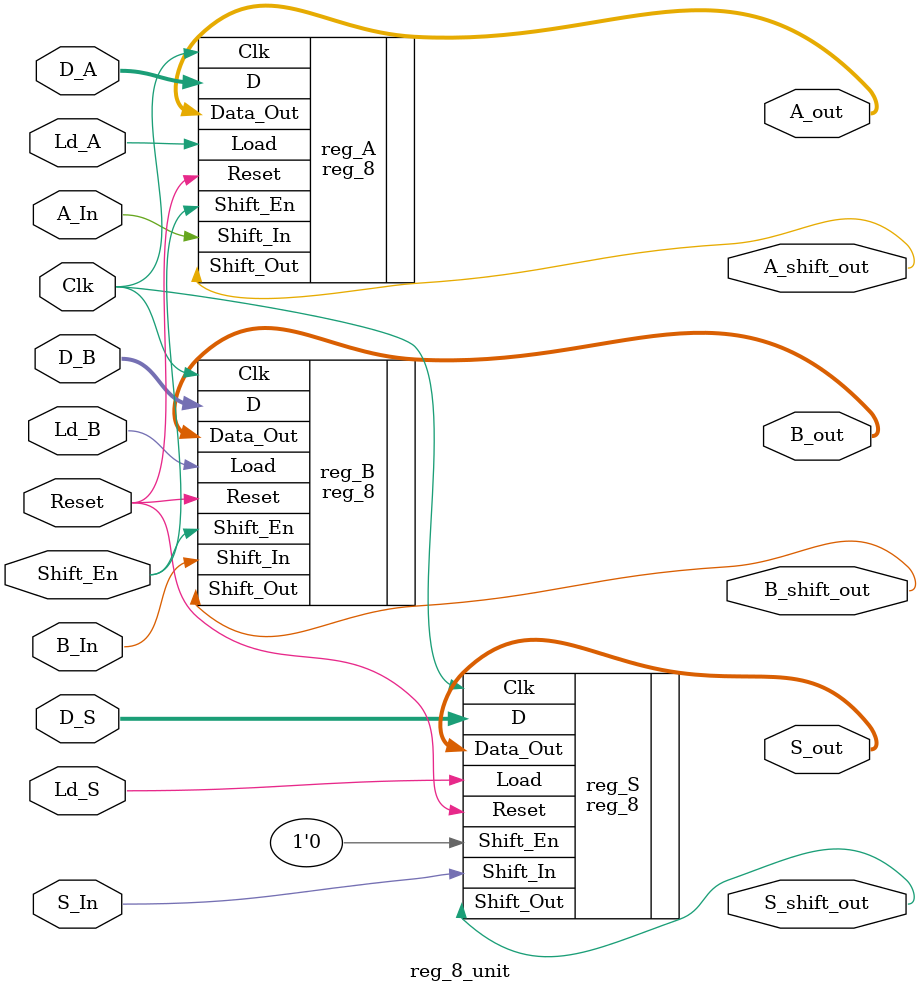
<source format=sv>
`timescale 1ns / 1ps


module reg_8_unit
(
	input  logic        Clk, 
	input  logic        Reset,
	input  logic        A_In,
	input  logic        B_In,
	input  logic        S_In,
	input  logic        Ld_A,
	input  logic        Ld_B, 
	input  logic        Ld_S,
	input  logic        Shift_En,
	input  logic [7:0]  D_A, 
	input  logic [7:0]  D_B, 
	input  logic [7:0]  D_S, 

	output logic        A_shift_out, 
	output logic        B_shift_out, 
	output logic        S_shift_out, 
	output logic [7:0]  A_out,
	output logic [7:0]  B_out,
	output logic [7:0]  S_out
);
    
	reg_8 reg_A (
		.Clk            (Clk), 
		.Reset          (Reset),

		.Shift_In       (A_In), 
		.Load           (Ld_A), 
		.Shift_En       (Shift_En),
		.D              (D_A),

		.Shift_Out      (A_shift_out),
		.Data_Out       (A_out)
	);

	reg_8 reg_B (
		.Clk            (Clk), 
		.Reset          (Reset),

		.Shift_In       (B_In), 
		.Load           (Ld_B), 
		.Shift_En       (Shift_En),
		.D              (D_B),

		.Shift_Out      (B_shift_out),
		.Data_Out       (B_out)
	);
	
		reg_8 reg_S (
		.Clk            (Clk), 
		.Reset          (Reset),

		.Shift_In       (S_In), 
		.Load           (Ld_S), 
		.Shift_En       (1'b0),   
		.D              (D_S),

		.Shift_Out      (S_shift_out),
		.Data_Out       (S_out)
	);
	


    
endmodule

</source>
